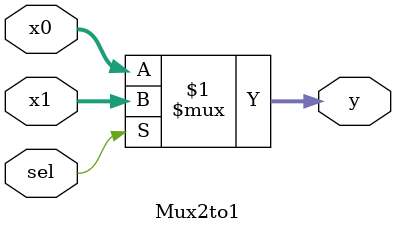
<source format=sv>

module Mux2to1(input logic sel,
					input logic [7:0] x0, x1,
					output logic [7:0] y);
					
					
				assign y = sel ? x1:x0; // Si sel=0 pasa x0 

endmodule

</source>
